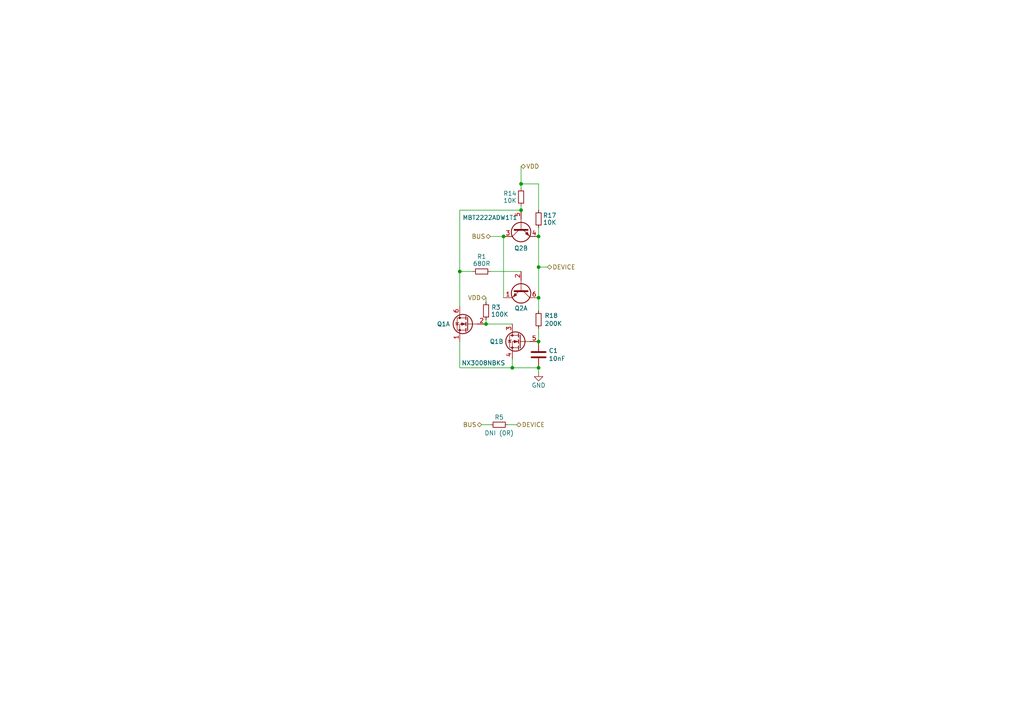
<source format=kicad_sch>
(kicad_sch (version 20231120) (generator "eeschema") (generator_version "8.0")
  (paper "A4")
  (lib_symbols
    (symbol "Argus-Miscellaneous:NX3008NBKS" (pin_names (offset 0.762) hide)
      (property "Reference" "Q" (at 5.08 1.27 0))
      (property "Value" "NX3008NBKS" (at 5.08 -1.27 0))
      (symbol "NX3008NBKS_1_1"
        (polyline (pts (xy -1.016 0) (xy -3.81 0)))
        (polyline (pts (xy -1.016 1.905) (xy -1.016 -1.905)) (stroke (width 0.254)))
        (polyline (pts (xy -0.508 -1.27) (xy -0.508 -2.286)) (stroke (width 0.254)))
        (polyline (pts (xy -0.508 0.508) (xy -0.508 -0.508)) (stroke (width 0.254)))
        (polyline (pts (xy -0.508 2.286) (xy -0.508 1.27)) (stroke (width 0.254)))
        (polyline (pts (xy 1.27 2.54) (xy 1.27 1.778)))
        (polyline (pts (xy 1.27 -2.54) (xy 1.27 0) (xy -0.508 0)))
        (polyline (pts (xy -0.508 -1.778) (xy 2.032 -1.778) (xy 2.032 1.778) (xy -0.508 1.778)))
        (polyline (pts (xy -0.254 0) (xy 0.762 0.381) (xy 0.762 -0.381) (xy -0.254 0)) (fill (type outline)))
        (polyline (pts (xy 1.524 0.508) (xy 1.651 0.381) (xy 2.413 0.381) (xy 2.54 0.254)))
        (polyline (pts (xy 2.032 0.381) (xy 1.651 -0.254) (xy 2.413 -0.254) (xy 2.032 0.381)))
        (circle (center 0.381 0) (radius 2.794) (stroke (width 0.254)))
        (circle (center 1.27 -1.778) (radius 0.254) (fill (type outline)))
        (circle (center 1.27 1.778) (radius 0.254) (fill (type outline)))
        (pin passive line (at 1.27 -5.08 90) (length 2.54) (name "S2") (number "1"))
        (pin input line (at -6.35 0 0) (length 2.54) (name "G2") (number "2"))
        (pin passive line (at 1.27 5.08 270) (length 2.54) (name "D1") (number "6"))
      )
      (symbol "NX3008NBKS_2_1"
        (polyline (pts (xy -1.016 0) (xy -3.81 0)))
        (polyline (pts (xy -1.016 1.905) (xy -1.016 -1.905)) (stroke (width 0.254)))
        (polyline (pts (xy -0.508 -1.27) (xy -0.508 -2.286)) (stroke (width 0.254)))
        (polyline (pts (xy -0.508 0.508) (xy -0.508 -0.508)) (stroke (width 0.254)))
        (polyline (pts (xy -0.508 2.286) (xy -0.508 1.27)) (stroke (width 0.254)))
        (polyline (pts (xy 1.27 2.54) (xy 1.27 1.778)))
        (polyline (pts (xy 1.27 -2.54) (xy 1.27 0) (xy -0.508 0)))
        (polyline (pts (xy -0.508 -1.778) (xy 2.032 -1.778) (xy 2.032 1.778) (xy -0.508 1.778)))
        (polyline (pts (xy -0.254 0) (xy 0.762 0.381) (xy 0.762 -0.381) (xy -0.254 0)) (fill (type outline)))
        (polyline (pts (xy 1.524 0.508) (xy 1.651 0.381) (xy 2.413 0.381) (xy 2.54 0.254)))
        (polyline (pts (xy 2.032 0.381) (xy 1.651 -0.254) (xy 2.413 -0.254) (xy 2.032 0.381)))
        (circle (center 0.381 0) (radius 2.794) (stroke (width 0.254)))
        (circle (center 1.27 -1.778) (radius 0.254) (fill (type outline)))
        (circle (center 1.27 1.778) (radius 0.254) (fill (type outline)))
        (pin passive line (at 1.27 5.08 270) (length 2.54) (name "D2") (number "3"))
        (pin passive line (at 1.27 -5.08 90) (length 2.54) (name "S1") (number "4"))
        (pin input line (at -6.35 0 0) (length 2.54) (name "G1") (number "5"))
      )
    )
    (symbol "Device:C" (pin_numbers hide) (pin_names (offset 0.254))
      (property "Reference" "C" (at 0.635 2.54 0))
      (property "Value" "C" (at 0.635 -2.54 0))
      (symbol "C_0_1"
        (polyline (pts (xy -2.032 -0.762) (xy 2.032 -0.762)) (stroke (width 0.508)))
        (polyline (pts (xy -2.032 0.762) (xy 2.032 0.762)) (stroke (width 0.508)))
      )
      (symbol "C_1_1"
        (pin passive line (at 0 3.81 270) (length 2.794) (name "~") (number "1"))
        (pin passive line (at 0 -3.81 90) (length 2.794) (name "~") (number "2"))
      )
    )
    (symbol "Device:R_Small" (pin_numbers hide) (pin_names (offset 0.254) hide)
      (property "Reference" "R" (at 0.762 0.508 0))
      (property "Value" "R_Small" (at 0.762 -1.016 0))
      (symbol "R_Small_0_1"
        (rectangle (start -0.762 1.778) (end 0.762 -1.778) (stroke (width 0.2032)))
      )
      (symbol "R_Small_1_1"
        (pin passive line (at 0 2.54 270) (length 0.762) (name "~") (number "1"))
        (pin passive line (at 0 -2.54 90) (length 0.762) (name "~") (number "2"))
      )
    )
    (symbol "Transistor_BJT:MBT2222ADW1T1" (pin_names (offset 0) hide)
      (property "Reference" "Q" (at 5.08 1.27 0))
      (property "Value" "MBT2222ADW1T1" (at 5.08 -1.27 0))
      (symbol "MBT2222ADW1T1_0_1"
        (polyline (pts (xy 0.635 0) (xy -2.54 0)))
        (polyline (pts (xy 0.635 0.635) (xy 2.54 2.54)))
        (polyline (pts (xy 0.635 -0.635) (xy 2.54 -2.54) (xy 2.54 -2.54)))
        (polyline (pts (xy 0.635 1.905) (xy 0.635 -1.905) (xy 0.635 -1.905)) (stroke (width 0.508)))
        (polyline (pts (xy 1.27 -1.778) (xy 1.778 -1.27) (xy 2.286 -2.286) (xy 1.27 -1.778) (xy 1.27 -1.778)) (fill (type outline)))
        (circle (center 1.27 0) (radius 2.8194) (stroke (width 0.254)))
      )
      (symbol "MBT2222ADW1T1_1_1"
        (pin passive line (at 2.54 -5.08 90) (length 2.54) (name "E1") (number "1"))
        (pin input line (at -5.08 0 0) (length 2.54) (name "B1") (number "2"))
        (pin passive line (at 2.54 5.08 270) (length 2.54) (name "C1") (number "6"))
      )
      (symbol "MBT2222ADW1T1_2_1"
        (pin passive line (at 2.54 5.08 270) (length 2.54) (name "C2") (number "3"))
        (pin passive line (at 2.54 -5.08 90) (length 2.54) (name "E2") (number "4"))
        (pin input line (at -5.08 0 0) (length 2.54) (name "B2") (number "5"))
      )
    )
    (symbol "power:GND" (power) (pin_numbers hide) (pin_names (offset 0) hide)
      (property "Value" "GND" (at 0 -3.81 0))
      (symbol "GND_0_1"
        (polyline (pts (xy 0 0) (xy 0 -1.27) (xy 1.27 -1.27) (xy 0 -2.54) (xy -1.27 -1.27) (xy 0 -1.27)))
      )
      (symbol "GND_1_1"
        (pin power_in line (at 0 0 270) (length 0) (name "~") (number "1"))
      )
    )
  )
  (junction (at 156.21 86.36))
  (junction (at 156.21 99.06))
  (junction (at 140.97 93.98))
  (junction (at 151.13 53.34))
  (junction (at 156.21 106.68))
  (junction (at 151.13 60.96))
  (junction (at 146.05 68.58))
  (junction (at 148.59 106.68))
  (junction (at 133.35 78.74))
  (junction (at 156.21 77.47))
  (junction (at 156.21 68.58))
  (wire (pts (xy 156.21 107.95) (xy 156.21 106.68)))
  (wire (pts (xy 151.13 59.69) (xy 151.13 60.96)))
  (wire (pts (xy 133.35 106.68) (xy 148.59 106.68)))
  (wire (pts (xy 146.05 68.58) (xy 146.05 86.36)))
  (wire (pts (xy 158.75 77.47) (xy 156.21 77.47)))
  (wire (pts (xy 156.21 53.34) (xy 156.21 60.96)))
  (wire (pts (xy 156.21 66.04) (xy 156.21 68.58)))
  (wire (pts (xy 151.13 48.26) (xy 151.13 53.34)))
  (wire (pts (xy 133.35 99.06) (xy 133.35 106.68)))
  (wire (pts (xy 156.21 77.47) (xy 156.21 68.58)))
  (wire (pts (xy 151.13 53.34) (xy 151.13 54.61)))
  (wire (pts (xy 156.21 86.36) (xy 156.21 77.47)))
  (wire (pts (xy 156.21 86.36) (xy 156.21 90.17)))
  (wire (pts (xy 140.97 92.71) (xy 140.97 93.98)))
  (wire (pts (xy 133.35 88.9) (xy 133.35 78.74)))
  (wire (pts (xy 148.59 106.68) (xy 156.21 106.68)))
  (wire (pts (xy 148.59 104.14) (xy 148.59 106.68)))
  (wire (pts (xy 133.35 78.74) (xy 137.16 78.74)))
  (wire (pts (xy 156.21 95.25) (xy 156.21 99.06)))
  (wire (pts (xy 142.24 78.74) (xy 151.13 78.74)))
  (wire (pts (xy 156.21 53.34) (xy 151.13 53.34)))
  (wire (pts (xy 140.97 86.36) (xy 140.97 87.63)))
  (wire (pts (xy 142.24 68.58) (xy 146.05 68.58)))
  (wire (pts (xy 147.32 123.19) (xy 149.86 123.19)))
  (wire (pts (xy 139.7 123.19) (xy 142.24 123.19)))
  (wire (pts (xy 140.97 93.98) (xy 148.59 93.98)))
  (wire (pts (xy 133.35 60.96) (xy 151.13 60.96)))
  (wire (pts (xy 133.35 78.74) (xy 133.35 60.96)))
  (hierarchical_label "DEVICE" (shape bidirectional) (at 149.86 123.19 0))
  (hierarchical_label "VDD" (shape bidirectional) (at 140.97 86.36 180))
  (hierarchical_label "VDD" (shape bidirectional) (at 151.13 48.26 0))
  (hierarchical_label "DEVICE" (shape bidirectional) (at 158.75 77.47 0))
  (hierarchical_label "BUS" (shape bidirectional) (at 139.7 123.19 180))
  (hierarchical_label "BUS" (shape bidirectional) (at 142.24 68.58 180))
  (symbol (lib_id "Device:R_Small") (at 156.21 63.5 0) (unit 1)
    (property "Reference" "R17" (at 157.48 62.484 0) (effects (justify left)))
    (property "Value" "10K" (at 157.48 64.516 0) (effects (justify left)))
    (property "Footprint" "Resistor_SMD:R_0603_1608Metric" (effects (hide yes)))
    (property "Description" "Resistor, small symbol" (effects (hide yes)))
    (instances (project "Z-" (path "" (reference "R17") (unit 1)) (path "" (reference "R31") (unit 1)) (path "" (reference "R88") (unit 1)) (path "" (reference "R42") (unit 1)) (path "" (reference "R82") (unit 1)) (path "" (reference "R74") (unit 1)) (path "" (reference "R57") (unit 1))))
  )
  (symbol (lib_id "Transistor_BJT:MBT2222ADW1T1") (at 151.13 66.04 90) (mirror x) (unit 2)
    (property "Reference" "Q2" (at 151.13 72.009 90))
    (property "Value" "MBT2222ADW1T1" (at 142.113 63.119 90))
    (property "Footprint" "Package_TO_SOT_SMD:SOT-363_SC-70-6" (effects (hide yes)))
    (property "Datasheet" "http://www.onsemi.com/pub_link/Collateral/MBT2222ADW1T1-D.PDF" (effects (hide yes)))
    (property "Description" "Dual NPN BJT - 2NPN" (effects (hide yes)))
    (property "Flight" "MBT2222ADW1T1G" (effects (hide yes)))
    (property "Manufacturer_Name" "ON Semiconductor" (effects (hide yes)))
    (property "Manufacturer_Part_Number" "MBT2222ADW1T1G" (effects (hide yes)))
    (property "Proto" "MBT2222ADW1T1G" (effects (hide yes)))
    (instances (project "Z-" (path "" (reference "Q2") (unit 2)) (path "" (reference "Q6") (unit 2)) (path "" (reference "Q18") (unit 2)) (path "" (reference "Q8") (unit 2)) (path "" (reference "Q14") (unit 2)) (path "" (reference "Q12") (unit 2)) (path "" (reference "Q10") (unit 2))))
  )
  (symbol (lib_id "Device:R_Small") (at 139.7 78.74 270) (unit 1)
    (property "Reference" "R1" (at 139.7 74.422 90))
    (property "Value" "680R" (at 139.7 76.454 90))
    (property "Footprint" "Resistor_SMD:R_0603_1608Metric" (effects (hide yes)))
    (property "Description" "Resistor, small symbol" (effects (hide yes)))
    (instances (project "Z-" (path "" (reference "R1") (unit 1)) (path "" (reference "R27") (unit 1)) (path "" (reference "R84") (unit 1)) (path "" (reference "R33") (unit 1)) (path "" (reference "R76") (unit 1)) (path "" (reference "R68") (unit 1)) (path "" (reference "R46") (unit 1))))
  )
  (symbol (lib_id "Device:R_Small") (at 156.21 92.71 0) (unit 1)
    (property "Reference" "R18" (at 157.9372 91.5416 0) (effects (justify left)))
    (property "Value" "200K" (at 157.9372 93.853 0) (effects (justify left)))
    (property "Footprint" "Resistor_SMD:R_0603_1608Metric" (effects (hide yes)))
    (property "Description" "Resistor, small symbol" (effects (hide yes)))
    (instances (project "Z-" (path "" (reference "R18") (unit 1)) (path "" (reference "R32") (unit 1)) (path "" (reference "R89") (unit 1)) (path "" (reference "R45") (unit 1)) (path "" (reference "R83") (unit 1)) (path "" (reference "R75") (unit 1)) (path "" (reference "R58") (unit 1))))
  )
  (symbol (lib_id "Device:R_Small") (at 151.13 57.15 0) (unit 1)
    (property "Reference" "R14" (at 149.86 56.134 0) (effects (justify right)))
    (property "Value" "10K" (at 149.86 58.166 0) (effects (justify right)))
    (property "Footprint" "Resistor_SMD:R_0603_1608Metric" (effects (hide yes)))
    (property "Description" "Resistor, small symbol" (effects (hide yes)))
    (instances (project "Z-" (path "" (reference "R14") (unit 1)) (path "" (reference "R30") (unit 1)) (path "" (reference "R87") (unit 1)) (path "" (reference "R40") (unit 1)) (path "" (reference "R79") (unit 1)) (path "" (reference "R73") (unit 1)) (path "" (reference "R54") (unit 1))))
  )
  (symbol (lib_id "Argus-Miscellaneous:NX3008NBKS") (at 149.86 99.06 0) (mirror y) (unit 2)
    (property "Reference" "Q1" (at 146.05 99.06 0) (effects (justify left)))
    (property "Value" "NX3008NBKS" (effects (hide yes)))
    (property "Footprint" "Package_TO_SOT_SMD:SOT-363_SC-70-6" (effects (hide yes)))
    (property "Datasheet" "https://assets.nexperia.com/documents/data-sheet/NX3008NBKS.pdf" (effects (hide yes)))
    (property "Description" "Dual N-Channel MOSFET - 2NMOS" (effects (hide yes)))
    (property "Manufacturer_Name" "Nexperia USA Inc." (effects (hide yes)))
    (property "Manufacturer_Part_Number" "NX3008NBKS" (effects (hide yes)))
    (instances (project "Z-" (path "" (reference "Q1") (unit 2)) (path "" (reference "Q5") (unit 2)) (path "" (reference "Q16") (unit 2)) (path "" (reference "Q7") (unit 2)) (path "" (reference "Q13") (unit 2)) (path "" (reference "Q11") (unit 2)) (path "" (reference "Q9") (unit 2))))
  )
  (symbol (lib_id "Transistor_BJT:MBT2222ADW1T1") (at 151.13 83.82 270) (unit 1)
    (property "Reference" "Q2" (at 151.13 89.408 90))
    (property "Value" "MBT2222ADW1T1" (effects (hide yes)))
    (property "Footprint" "Package_TO_SOT_SMD:SOT-363_SC-70-6" (effects (hide yes)))
    (property "Datasheet" "http://www.onsemi.com/pub_link/Collateral/MBT2222ADW1T1-D.PDF" (effects (hide yes)))
    (property "Description" "Dual NPN BJT - 2NPN" (effects (hide yes)))
    (property "Flight" "MBT2222ADW1T1G" (effects (hide yes)))
    (property "Manufacturer_Name" "ON Semiconductor" (effects (hide yes)))
    (property "Manufacturer_Part_Number" "MBT2222ADW1T1G" (effects (hide yes)))
    (property "Proto" "MBT2222ADW1T1G" (effects (hide yes)))
    (instances (project "Z-" (path "" (reference "Q2") (unit 1)) (path "" (reference "Q6") (unit 1)) (path "" (reference "Q18") (unit 1)) (path "" (reference "Q8") (unit 1)) (path "" (reference "Q14") (unit 1)) (path "" (reference "Q12") (unit 1)) (path "" (reference "Q10") (unit 1))))
  )
  (symbol (lib_id "Device:R_Small") (at 140.97 90.17 0) (unit 1)
    (property "Reference" "R3" (at 142.494 89.154 0) (effects (justify left)))
    (property "Value" "100K" (at 142.367 91.186 0) (effects (justify left)))
    (property "Footprint" "Resistor_SMD:R_0603_1608Metric" (effects (hide yes)))
    (property "Description" "Resistor, small symbol" (effects (hide yes)))
    (instances (project "Z-" (path "" (reference "R3") (unit 1)) (path "" (reference "R28") (unit 1)) (path "" (reference "R85") (unit 1)) (path "" (reference "R34") (unit 1)) (path "" (reference "R77") (unit 1)) (path "" (reference "R69") (unit 1)) (path "" (reference "R50") (unit 1))))
  )
  (symbol (lib_id "Device:R_Small") (at 144.78 123.19 270) (unit 1)
    (property "Reference" "R5" (at 144.78 121.031 90))
    (property "Value" "DNI (0R)" (at 144.78 125.603 90))
    (property "Footprint" "Resistor_SMD:R_0603_1608Metric" (effects (hide yes)))
    (property "Description" "Resistor, small symbol" (effects (hide yes)))
    (property "DNI" "DNI" (effects (hide yes)))
    (instances (project "Z-" (path "" (reference "R5") (unit 1)) (path "" (reference "R29") (unit 1)) (path "" (reference "R86") (unit 1)) (path "" (reference "R38") (unit 1)) (path "" (reference "R78") (unit 1)) (path "" (reference "R70") (unit 1)) (path "" (reference "R52") (unit 1))))
  )
  (symbol (lib_id "power:GND") (at 156.21 107.95 0) (unit 1)
    (property "Reference" "#PWR01" (effects (hide yes)))
    (property "Value" "GND" (at 156.21 111.76 0))
    (instances (project "Z-" (path "" (reference "#PWR01") (unit 1)) (path "" (reference "#PWR08") (unit 1)) (path "" (reference "#PWR045") (unit 1)) (path "" (reference "#PWR09") (unit 1)) (path "" (reference "#PWR044") (unit 1)) (path "" (reference "#PWR023") (unit 1)) (path "" (reference "#PWR012") (unit 1))))
  )
  (symbol (lib_id "Device:C") (at 156.21 102.87 0) (unit 1)
    (property "Reference" "C1" (at 159.131 101.7016 0) (effects (justify left)))
    (property "Value" "10nF" (at 159.131 104.013 0) (effects (justify left)))
    (property "Footprint" "Capacitor_SMD:C_0603_1608Metric" (effects (hide yes)))
    (property "Description" "10nF +-10% 50V X7R" (effects (hide yes)))
    (instances (project "Z-" (path "" (reference "C1") (unit 1)) (path "" (reference "C3") (unit 1)) (path "" (reference "C15") (unit 1)) (path "" (reference "C4") (unit 1)) (path "" (reference "C14") (unit 1)) (path "" (reference "C12") (unit 1)) (path "" (reference "C11") (unit 1))))
  )
  (symbol (lib_id "Argus-Miscellaneous:NX3008NBKS") (at 134.62 93.98 0) (mirror y) (unit 1)
    (property "Reference" "Q1" (at 130.556 93.98 0) (effects (justify left)))
    (property "Value" "NX3008NBKS" (at 146.558 105.283 0) (effects (justify left)))
    (property "Footprint" "Package_TO_SOT_SMD:SOT-363_SC-70-6" (effects (hide yes)))
    (property "Datasheet" "https://assets.nexperia.com/documents/data-sheet/NX3008NBKS.pdf" (effects (hide yes)))
    (property "Description" "Dual N-Channel MOSFET - 2NMOS" (effects (hide yes)))
    (property "Manufacturer_Name" "Nexperia USA Inc." (effects (hide yes)))
    (property "Manufacturer_Part_Number" "NX3008NBKS" (effects (hide yes)))
    (instances (project "Z-" (path "" (reference "Q1") (unit 1)) (path "" (reference "Q5") (unit 1)) (path "" (reference "Q16") (unit 1)) (path "" (reference "Q7") (unit 1)) (path "" (reference "Q13") (unit 1)) (path "" (reference "Q11") (unit 1)) (path "" (reference "Q9") (unit 1))))
  )
)
</source>
